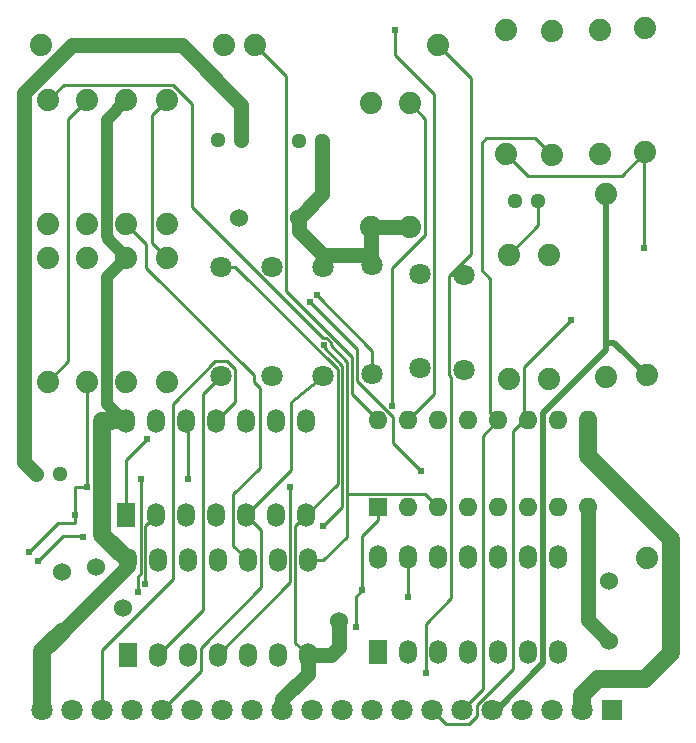
<source format=gtl>
G04 Layer: TopLayer*
G04 EasyEDA v6.5.22, 2023-01-18 22:18:13*
G04 b90e41fe8b0c41359a3314c958ec5ec0,7be1179030e74d40a97a3c751b95adb4,10*
G04 Gerber Generator version 0.2*
G04 Scale: 100 percent, Rotated: No, Reflected: No *
G04 Dimensions in inches *
G04 leading zeros omitted , absolute positions ,3 integer and 6 decimal *
%FSLAX36Y36*%
%MOIN*%

%ADD10C,0.0100*%
%ADD11C,0.0500*%
%ADD12C,0.0400*%
%ADD13C,0.0600*%
%ADD14C,0.0200*%
%ADD15O,0.06299199999999999X0.06299199999999999*%
%ADD16R,0.0630X0.0630*%
%ADD17C,0.0709*%
%ADD18R,0.0709X0.0709*%
%ADD19R,0.0591X0.0787*%
%ADD20O,0.059054999999999996X0.07873999999999999*%
%ADD21C,0.0740*%
%ADD22C,0.0512*%
%ADD23C,0.0240*%
%ADD24C,0.0124*%

%LPD*%
D10*
X2690000Y3370000D02*
G01*
X2690000Y3683310D01*
X2695000Y3688310D01*
D11*
X1349399Y3730000D02*
G01*
X1349399Y3845599D01*
X1150000Y4045000D01*
X785000Y4045000D01*
X625000Y3885000D01*
X625000Y2655599D01*
X665599Y2615000D01*
D10*
X820000Y2405000D02*
G01*
X815000Y2410000D01*
X755000Y2410000D01*
X670000Y2325000D01*
X795000Y2478798D02*
G01*
X795000Y2453798D01*
X738798Y2453798D01*
X640000Y2355000D01*
D11*
X750000Y2090000D02*
G01*
X970000Y2310000D01*
X970000Y2327480D01*
X1570000Y2012519D02*
G01*
X1647520Y2012519D01*
X1675000Y2040000D01*
X1675000Y2125000D01*
D12*
X965000Y3336689D02*
G01*
X965000Y3340000D01*
X905000Y3400000D01*
X905000Y3405000D01*
X900000Y3410000D01*
X900000Y3796689D01*
X965000Y3861689D01*
X965000Y2792480D02*
G01*
X957520Y2792480D01*
X900000Y2850000D01*
X900000Y3271689D01*
X965000Y3336689D01*
D10*
X1270000Y2012500D02*
G01*
X1513000Y2255500D01*
X1513000Y2572300D01*
D13*
X2485000Y1830000D02*
G01*
X2485000Y1880000D01*
X2538400Y1933400D01*
X2693400Y1933400D01*
X2780000Y2020000D01*
X2780000Y2400000D01*
X2505000Y2675000D01*
X2505000Y2794899D01*
D10*
X2292200Y2794899D02*
G01*
X2292200Y2972199D01*
X2448734Y3128733D01*
X1985000Y1830000D02*
G01*
X2031899Y1783099D01*
X2107399Y1783099D01*
X2135000Y1810700D01*
X2135000Y1846199D01*
X2255000Y1966199D01*
X2255000Y2757700D01*
X2292200Y2794899D01*
X2292200Y2794899D02*
G01*
X2305000Y2794899D01*
X2230000Y3683310D02*
G01*
X2303310Y3610000D01*
X2616698Y3610000D01*
X2695000Y3688301D01*
X2385000Y3678299D02*
G01*
X2328599Y3734699D01*
X2164700Y3734699D01*
X2150000Y3720000D01*
X2150000Y3295000D01*
X2179499Y3265500D01*
X2179499Y2820300D01*
X2205000Y2794899D01*
X2085000Y1830000D02*
G01*
X2153699Y1898699D01*
X2153699Y2743600D01*
X2205000Y2794899D01*
X1905000Y2794899D02*
G01*
X1992700Y2882500D01*
X1992700Y3881500D01*
X1862200Y4011999D01*
X1862200Y4096300D01*
X1394880Y4045000D02*
G01*
X1496499Y3943380D01*
X1496499Y3226999D01*
X1718198Y3005300D01*
X1718198Y2881698D01*
X1805000Y2794899D01*
X1280000Y3306100D02*
G01*
X1327799Y3306100D01*
X1669899Y2964099D01*
X1669899Y2582399D01*
X1565000Y2477500D01*
X1570000Y2012500D02*
G01*
X1529099Y2053400D01*
X1529099Y2441599D01*
X1565000Y2477500D01*
D11*
X1485000Y1830000D02*
G01*
X1485000Y1865000D01*
X1570000Y1950000D01*
X1570000Y2012500D01*
X2575000Y2060000D02*
G01*
X2505000Y2130000D01*
X2505000Y2505100D01*
X1620000Y3346100D02*
G01*
X1780000Y3346100D01*
X1540000Y3470000D02*
G01*
X1540000Y3426100D01*
X1620000Y3346100D01*
X1620000Y3346100D02*
G01*
X1620000Y3306100D01*
X1780000Y3438299D02*
G01*
X1910000Y3438299D01*
X1780000Y3346100D02*
G01*
X1780000Y3438299D01*
X1785000Y3311100D02*
G01*
X1780000Y3316100D01*
X1780000Y3346100D01*
X1619399Y3725000D02*
G01*
X1619399Y3549400D01*
X1540000Y3470000D01*
D10*
X1599899Y3211700D02*
G01*
X1785000Y3026599D01*
X1785000Y2948899D01*
X1100000Y3861700D02*
G01*
X1051000Y3812700D01*
X1051000Y3385700D01*
X1100000Y3336700D01*
X1280000Y2943899D02*
G01*
X1220000Y2883899D01*
X1220000Y2162500D01*
X1070000Y2012500D01*
X1578900Y3188600D02*
G01*
X1734300Y3033200D01*
X1734300Y2926100D01*
X1855000Y2805399D01*
X1855000Y2719000D01*
X1947500Y2626599D01*
X705000Y2923310D02*
G01*
X772500Y2990810D01*
X772500Y3799189D01*
X835000Y3861689D01*
X705000Y3861700D02*
G01*
X756500Y3913200D01*
X1120000Y3913200D01*
X1184200Y3849000D01*
X1184200Y3505900D01*
X1622200Y3067899D01*
X1632899Y3067899D01*
X1646400Y3054400D01*
X1646400Y3044499D01*
X1702100Y2988800D01*
X1702100Y2549299D01*
X1702100Y2549299D02*
G01*
X1702100Y2407100D01*
X1622500Y2327500D01*
X1570000Y2327500D01*
X1702100Y2549299D02*
G01*
X1960799Y2549299D01*
X2005000Y2505100D01*
X1751298Y2227899D02*
G01*
X1730000Y2206601D01*
X1730000Y2105000D01*
X1805000Y2462500D02*
G01*
X1751300Y2408800D01*
X1751300Y2227899D01*
X965000Y3448299D02*
G01*
X1032500Y3380799D01*
X1032500Y3302199D01*
X1389799Y2945000D01*
X1389799Y2922199D01*
X1409799Y2902100D01*
X1409799Y2635700D01*
X1321700Y2547600D01*
X1321700Y2375799D01*
X1370000Y2327500D01*
X1805000Y2505100D02*
G01*
X1805000Y2462500D01*
D13*
X960000Y2795000D02*
G01*
X885000Y2792500D01*
X885000Y2412500D01*
X970000Y2327500D01*
D10*
X920600Y2792500D02*
G01*
X965000Y2792500D01*
D13*
X750000Y2090000D02*
G01*
X685000Y2025000D01*
X685000Y1830000D01*
D10*
X835000Y2571199D02*
G01*
X795000Y2571199D01*
X795000Y2478757D01*
X835000Y2923299D02*
G01*
X835000Y2571199D01*
X885000Y1830000D02*
G01*
X885000Y2028499D01*
X1120699Y2264200D01*
X1120699Y2850500D01*
X1261599Y2991399D01*
X1301300Y2991399D01*
X1328500Y2964299D01*
X1328500Y2855900D01*
X1265000Y2792500D01*
X1365000Y2477500D02*
G01*
X1515000Y2627500D01*
X1515000Y2855000D01*
X1620000Y2943899D01*
X1085000Y1830000D02*
G01*
X1214300Y1959299D01*
X1214300Y2036700D01*
X1415000Y2237399D01*
X1415000Y2427500D01*
X1365000Y2477500D01*
D14*
X2565000Y3053800D02*
G01*
X2565000Y3030000D01*
X2355000Y2820000D01*
X2355000Y1985000D01*
X2200000Y1830000D01*
X2185000Y1830000D01*
X2565000Y3550100D02*
G01*
X2565000Y3053800D01*
X2565000Y3053800D02*
G01*
X2591300Y3053800D01*
X2700000Y2945100D01*
D10*
X2043500Y3277500D02*
G01*
X2115000Y3349000D01*
X2115000Y3935100D01*
X2005100Y4045000D01*
X2043500Y3277500D02*
G01*
X2042500Y3276500D01*
X2042500Y2944200D01*
X2048800Y2937899D01*
X2048800Y2201399D01*
X1964399Y2116999D01*
X1964399Y1952899D01*
X2090000Y3277500D02*
G01*
X2043500Y3277500D01*
X1065000Y2477500D02*
G01*
X1029399Y2441900D01*
X1029399Y2248699D01*
X1910000Y3851700D02*
G01*
X1962600Y3799099D01*
X1962600Y3412399D01*
X1851999Y3301900D01*
X1851999Y2841199D01*
X1905000Y2337500D02*
G01*
X1905000Y2204499D01*
X1623299Y3044800D02*
G01*
X1623299Y3037600D01*
X1686000Y2974899D01*
X1686000Y2505799D01*
X1623000Y2442800D01*
X1165000Y2792500D02*
G01*
X1170399Y2787100D01*
X1170399Y2600300D01*
X1006300Y2223099D02*
G01*
X1006300Y2276999D01*
X1013299Y2284000D01*
X1013299Y2600300D01*
X1035699Y2733699D02*
G01*
X965000Y2663000D01*
X965000Y2477500D01*
X2339399Y3525000D02*
G01*
X2339399Y3446100D01*
X2240000Y3346700D01*
D15*
G01*
X2505000Y2794879D03*
G01*
X2405000Y2794879D03*
G01*
X2305000Y2794879D03*
G01*
X2205000Y2794879D03*
G01*
X2105000Y2794879D03*
G01*
X2005000Y2794879D03*
G01*
X1905000Y2794879D03*
G01*
X1805000Y2794879D03*
G01*
X2505000Y2505120D03*
G01*
X2405000Y2505120D03*
G01*
X2305000Y2505120D03*
G01*
X2205000Y2505120D03*
G01*
X2105000Y2505120D03*
G01*
X2005000Y2505120D03*
G01*
X1905000Y2505120D03*
D16*
G01*
X1805000Y2505120D03*
D17*
G01*
X685000Y1830000D03*
G01*
X785000Y1830000D03*
G01*
X885000Y1830000D03*
G01*
X985000Y1830000D03*
G01*
X1085000Y1830000D03*
G01*
X1185000Y1830000D03*
G01*
X1285000Y1830000D03*
G01*
X1385000Y1830000D03*
G01*
X1485000Y1830000D03*
G01*
X1585000Y1830000D03*
G01*
X1685000Y1830000D03*
G01*
X1785000Y1830000D03*
G01*
X1885000Y1830000D03*
G01*
X1985000Y1830000D03*
G01*
X2085000Y1830000D03*
G01*
X2185000Y1830000D03*
G01*
X2285000Y1830000D03*
G01*
X2385000Y1830000D03*
G01*
X2485000Y1830000D03*
D18*
G01*
X2585000Y1830000D03*
D19*
G01*
X1805000Y2022519D03*
D20*
G01*
X1905000Y2022519D03*
G01*
X2005000Y2022519D03*
G01*
X2105000Y2022519D03*
G01*
X2205000Y2022519D03*
G01*
X2305000Y2022519D03*
G01*
X2405000Y2022519D03*
G01*
X1805000Y2337480D03*
G01*
X1905000Y2337480D03*
G01*
X2005000Y2337480D03*
G01*
X2105000Y2337480D03*
G01*
X2205000Y2337480D03*
G01*
X2305000Y2337480D03*
G01*
X2405000Y2337480D03*
D19*
G01*
X970000Y2012519D03*
D20*
G01*
X1070000Y2012519D03*
G01*
X1170000Y2012519D03*
G01*
X1270000Y2012519D03*
G01*
X1370000Y2012519D03*
G01*
X1470000Y2012519D03*
G01*
X1570000Y2012519D03*
G01*
X970000Y2327480D03*
G01*
X1070000Y2327480D03*
G01*
X1170000Y2327480D03*
G01*
X1270000Y2327480D03*
G01*
X1370000Y2327480D03*
G01*
X1470000Y2327480D03*
G01*
X1570000Y2327480D03*
D19*
G01*
X965000Y2477519D03*
D20*
G01*
X1065000Y2477519D03*
G01*
X1165000Y2477519D03*
G01*
X1265000Y2477519D03*
G01*
X1365000Y2477519D03*
G01*
X1465000Y2477519D03*
G01*
X1565000Y2477519D03*
G01*
X965000Y2792480D03*
G01*
X1065000Y2792480D03*
G01*
X1165000Y2792480D03*
G01*
X1265000Y2792480D03*
G01*
X1365000Y2792480D03*
G01*
X1465000Y2792480D03*
G01*
X1565000Y2792480D03*
D21*
G01*
X2240000Y3346689D03*
G01*
X2240000Y2933310D03*
G01*
X2375000Y3346689D03*
G01*
X2375000Y2933310D03*
D13*
G01*
X750000Y2090000D03*
G01*
X750000Y2290000D03*
D17*
G01*
X2090000Y3277480D03*
G01*
X2090000Y2962519D03*
G01*
X1945000Y3282480D03*
G01*
X1945000Y2967519D03*
D21*
G01*
X835000Y3448310D03*
G01*
X835000Y3861689D03*
G01*
X705000Y3448310D03*
G01*
X705000Y3861689D03*
G01*
X965000Y3448310D03*
G01*
X965000Y3861689D03*
G01*
X1100000Y3448310D03*
G01*
X1100000Y3861689D03*
G01*
X965000Y3336689D03*
G01*
X965000Y2923310D03*
G01*
X835000Y3336689D03*
G01*
X835000Y2923310D03*
G01*
X705000Y3336689D03*
G01*
X705000Y2923310D03*
G01*
X1100000Y3336689D03*
G01*
X1100000Y2923310D03*
G01*
X1910000Y3438310D03*
G01*
X1910000Y3851689D03*
G01*
X1780000Y3438310D03*
G01*
X1780000Y3851689D03*
D17*
G01*
X1450000Y2943899D03*
G01*
X1450000Y3306100D03*
G01*
X1280000Y2943899D03*
G01*
X1280000Y3306100D03*
G01*
X1620000Y2943899D03*
G01*
X1620000Y3306100D03*
G01*
X1785000Y2948899D03*
G01*
X1785000Y3311100D03*
D21*
G01*
X2695000Y4101689D03*
G01*
X2695000Y3688310D03*
G01*
X2230000Y3683310D03*
G01*
X2230000Y4096689D03*
G01*
X2545000Y3683310D03*
G01*
X2545000Y4096689D03*
G01*
X2385000Y4091689D03*
G01*
X2385000Y3678310D03*
D22*
G01*
X1270630Y3730000D03*
G01*
X1349369Y3730000D03*
G01*
X2339369Y3525000D03*
G01*
X2260630Y3525000D03*
G01*
X1540630Y3725000D03*
G01*
X1619369Y3725000D03*
G01*
X744369Y2615000D03*
G01*
X665630Y2615000D03*
D13*
G01*
X2575000Y2260000D03*
G01*
X2575000Y2060000D03*
G01*
X1340000Y3470000D03*
G01*
X1540000Y3470000D03*
D21*
G01*
X1394880Y4045000D03*
G01*
X2005119Y4045000D03*
G01*
X679879Y4045000D03*
G01*
X1290119Y4045000D03*
G01*
X2700000Y2334879D03*
G01*
X2700000Y2945120D03*
G01*
X2565000Y2939879D03*
G01*
X2565000Y3550120D03*
D13*
G01*
X1675000Y2125000D03*
G01*
X955000Y2170000D03*
G01*
X865000Y2305000D03*
D23*
G01*
X1035699Y2733699D03*
G01*
X1170399Y2600300D03*
G01*
X1013299Y2600300D03*
G01*
X1006300Y2223099D03*
G01*
X1623299Y3044800D03*
G01*
X1623000Y2442800D03*
G01*
X1029399Y2248699D03*
G01*
X1905000Y2204499D03*
G01*
X1851999Y2841199D03*
G01*
X835000Y2571199D03*
G01*
X1751300Y2227899D03*
G01*
X1730000Y2105000D03*
G01*
X1947500Y2626599D03*
G01*
X1578900Y3188600D03*
G01*
X1599899Y3211700D03*
G01*
X1513000Y2572300D03*
G01*
X1862200Y4096300D03*
G01*
X1964399Y1952899D03*
G01*
X820000Y2405000D03*
G01*
X795000Y2478760D03*
G01*
X640000Y2355000D03*
G01*
X670000Y2325000D03*
G01*
X2448729Y3128730D03*
G01*
X2690000Y3370000D03*
M02*

</source>
